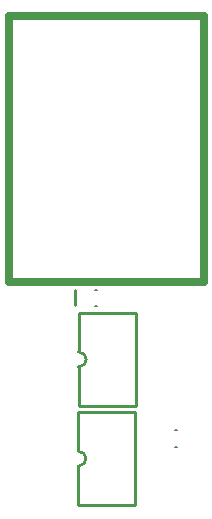
<source format=gto>
G04 start of page 8 for group -4079 idx -4079 *
G04 Title: (unknown), topsilk *
G04 Creator: pcb 20140316 *
G04 CreationDate: Sat 21 Jan 2017 09:52:20 PM GMT UTC *
G04 For: david *
G04 Format: Gerber/RS-274X *
G04 PCB-Dimensions (mil): 708.66 1968.50 *
G04 PCB-Coordinate-Origin: lower left *
%MOIN*%
%FSLAX25Y25*%
%LNGTO*%
%ADD43C,0.0080*%
%ADD42C,0.0250*%
%ADD41C,0.0100*%
G54D41*X24961Y74213D02*Y69094D01*
G54D42*X2953Y76772D02*X32480D01*
X2953Y165354D02*Y76772D01*
X26575D02*X67913D01*
Y165354D02*Y76772D01*
X2953Y165354D02*X67913D01*
G54D43*X31655Y74212D02*X32441D01*
X31655Y68702D02*X32441D01*
G54D41*X26228Y66498D02*Y53498D01*
Y48498D02*Y35498D01*
Y66498D02*X45228D01*
Y35498D01*
X26228D02*X45228D01*
X26228Y48498D02*G75*G03X26228Y53498I0J2500D01*G01*
X26130Y2413D02*X45130D01*
Y33413D02*Y2413D01*
X26130Y33413D02*X45130D01*
X26130Y15413D02*Y2413D01*
Y33413D02*Y20413D01*
Y15413D02*G75*G03X26130Y20413I0J2500D01*G01*
G54D43*X58340Y27448D02*X59126D01*
X58340Y21938D02*X59126D01*
M02*

</source>
